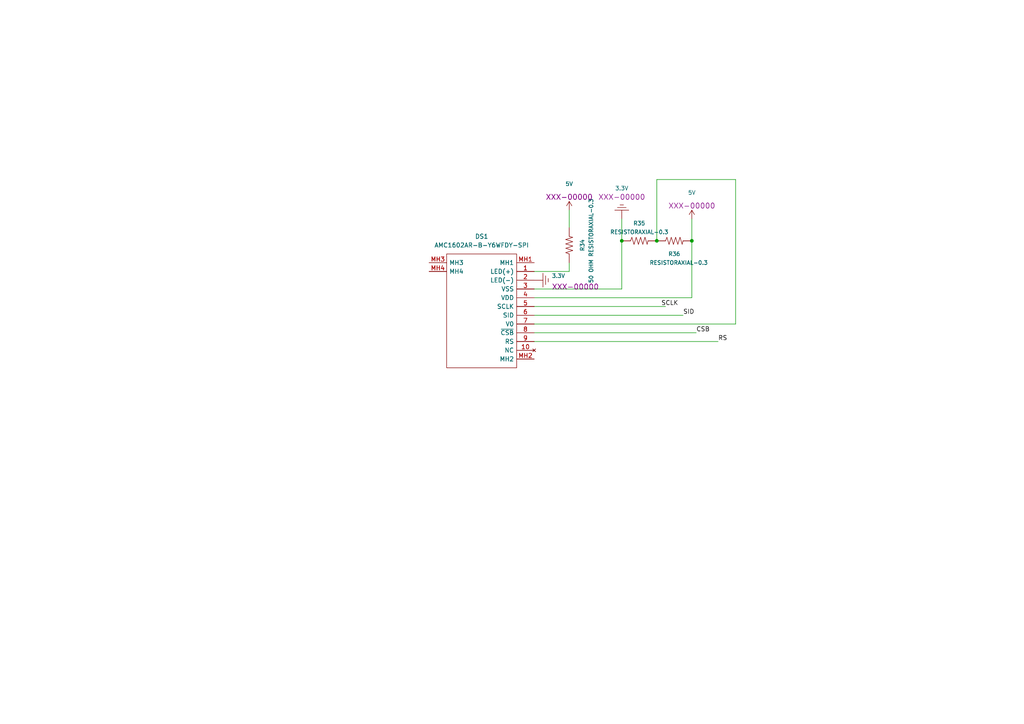
<source format=kicad_sch>
(kicad_sch (version 20211123) (generator eeschema)

  (uuid 0a0c8182-e532-4846-abab-f1382e373835)

  (paper "A4")

  (lib_symbols
    (symbol "AMC1602AR-B-Y6WFDY-SPI:AMC1602AR-B-Y6WFDY-SPI" (pin_names (offset 0.762)) (in_bom yes) (on_board yes)
      (property "Reference" "DS" (id 0) (at 26.67 7.62 0)
        (effects (font (size 1.27 1.27)) (justify left))
      )
      (property "Value" "AMC1602AR-B-Y6WFDY-SPI" (id 1) (at 26.67 5.08 0)
        (effects (font (size 1.27 1.27)) (justify left))
      )
      (property "Footprint" "AMC1602ARBY6WFDYSPI" (id 2) (at 26.67 2.54 0)
        (effects (font (size 1.27 1.27)) (justify left) hide)
      )
      (property "Datasheet" "https://www.orientdisplay.com/wp-content/uploads/2019/10/AMC1602AR-B-Y6WFDY-SPI-specsheet.pdf" (id 3) (at 26.67 0 0)
        (effects (font (size 1.27 1.27)) (justify left) hide)
      )
      (property "Description" "Character Display Module Transflective 5 x 8 Dots STN - Super-Twisted Nematic LED - Yellow/Green SPI 80.00mm x 36.00mm x 14.00mm" (id 4) (at 26.67 -2.54 0)
        (effects (font (size 1.27 1.27)) (justify left) hide)
      )
      (property "Height" "14" (id 5) (at 26.67 -5.08 0)
        (effects (font (size 1.27 1.27)) (justify left) hide)
      )
      (property "Mouser Part Number" "" (id 6) (at 26.67 -7.62 0)
        (effects (font (size 1.27 1.27)) (justify left) hide)
      )
      (property "Mouser Price/Stock" "" (id 7) (at 26.67 -10.16 0)
        (effects (font (size 1.27 1.27)) (justify left) hide)
      )
      (property "Manufacturer_Name" "Orient Display" (id 8) (at 26.67 -12.7 0)
        (effects (font (size 1.27 1.27)) (justify left) hide)
      )
      (property "Manufacturer_Part_Number" "AMC1602AR-B-Y6WFDY-SPI" (id 9) (at 26.67 -15.24 0)
        (effects (font (size 1.27 1.27)) (justify left) hide)
      )
      (property "ki_description" "Character Display Module Transflective 5 x 8 Dots STN - Super-Twisted Nematic LED - Yellow/Green SPI 80.00mm x 36.00mm x 14.00mm" (id 10) (at 0 0 0)
        (effects (font (size 1.27 1.27)) hide)
      )
      (symbol "AMC1602AR-B-Y6WFDY-SPI_0_0"
        (pin passive line (at 30.48 -2.54 180) (length 5.08)
          (name "LED(+)" (effects (font (size 1.27 1.27))))
          (number "1" (effects (font (size 1.27 1.27))))
        )
        (pin no_connect line (at 30.48 -25.4 180) (length 5.08)
          (name "NC" (effects (font (size 1.27 1.27))))
          (number "10" (effects (font (size 1.27 1.27))))
        )
        (pin passive line (at 30.48 -5.08 180) (length 5.08)
          (name "LED(-)" (effects (font (size 1.27 1.27))))
          (number "2" (effects (font (size 1.27 1.27))))
        )
        (pin passive line (at 30.48 -7.62 180) (length 5.08)
          (name "VSS" (effects (font (size 1.27 1.27))))
          (number "3" (effects (font (size 1.27 1.27))))
        )
        (pin passive line (at 30.48 -10.16 180) (length 5.08)
          (name "VDD" (effects (font (size 1.27 1.27))))
          (number "4" (effects (font (size 1.27 1.27))))
        )
        (pin passive line (at 30.48 -12.7 180) (length 5.08)
          (name "SCLK" (effects (font (size 1.27 1.27))))
          (number "5" (effects (font (size 1.27 1.27))))
        )
        (pin passive line (at 30.48 -15.24 180) (length 5.08)
          (name "SID" (effects (font (size 1.27 1.27))))
          (number "6" (effects (font (size 1.27 1.27))))
        )
        (pin passive line (at 30.48 -17.78 180) (length 5.08)
          (name "V0" (effects (font (size 1.27 1.27))))
          (number "7" (effects (font (size 1.27 1.27))))
        )
        (pin passive line (at 30.48 -20.32 180) (length 5.08)
          (name "~{CSB}" (effects (font (size 1.27 1.27))))
          (number "8" (effects (font (size 1.27 1.27))))
        )
        (pin passive line (at 30.48 -22.86 180) (length 5.08)
          (name "RS" (effects (font (size 1.27 1.27))))
          (number "9" (effects (font (size 1.27 1.27))))
        )
        (pin passive line (at 30.48 0 180) (length 5.08)
          (name "MH1" (effects (font (size 1.27 1.27))))
          (number "MH1" (effects (font (size 1.27 1.27))))
        )
        (pin passive line (at 30.48 -27.94 180) (length 5.08)
          (name "MH2" (effects (font (size 1.27 1.27))))
          (number "MH2" (effects (font (size 1.27 1.27))))
        )
        (pin passive line (at 0 0 0) (length 5.08)
          (name "MH3" (effects (font (size 1.27 1.27))))
          (number "MH3" (effects (font (size 1.27 1.27))))
        )
        (pin passive line (at 0 -2.54 0) (length 5.08)
          (name "MH4" (effects (font (size 1.27 1.27))))
          (number "MH4" (effects (font (size 1.27 1.27))))
        )
      )
      (symbol "AMC1602AR-B-Y6WFDY-SPI_0_1"
        (polyline
          (pts
            (xy 5.08 2.54)
            (xy 25.4 2.54)
            (xy 25.4 -30.48)
            (xy 5.08 -30.48)
            (xy 5.08 2.54)
          )
          (stroke (width 0.1524) (type default) (color 0 0 0 0))
          (fill (type none))
        )
      )
    )
    (symbol "SparkFun-PowerSymbols:5V" (power) (pin_numbers hide) (pin_names (offset 1.016) hide) (in_bom yes) (on_board yes)
      (property "Reference" "#SUPPLY" (id 0) (at 1.27 0 0)
        (effects (font (size 1.143 1.143)) (justify left bottom) hide)
      )
      (property "Value" "5V" (id 1) (at -1.27 3.81 0)
        (effects (font (size 1.143 1.143)) (justify left bottom))
      )
      (property "Footprint" "XXX-00000" (id 2) (at 0 7.62 0)
        (effects (font (size 1.524 1.524)))
      )
      (property "Datasheet" "" (id 3) (at 0 0 0)
        (effects (font (size 1.524 1.524)) hide)
      )
      (property "ki_locked" "" (id 4) (at 0 0 0)
        (effects (font (size 1.27 1.27)))
      )
      (property "ki_keywords" "PROD_ID:XXX-00000" (id 5) (at 0 0 0)
        (effects (font (size 1.27 1.27)) hide)
      )
      (property "ki_description" "5V Supply Symbol Power supply symbol for a specifically-stated 5V source." (id 6) (at 0 0 0)
        (effects (font (size 1.27 1.27)) hide)
      )
      (symbol "5V_1_0"
        (polyline
          (pts
            (xy 0 0)
            (xy 0 2.54)
          )
          (stroke (width 0) (type default) (color 0 0 0 0))
          (fill (type none))
        )
        (polyline
          (pts
            (xy 0 2.54)
            (xy -0.762 1.27)
          )
          (stroke (width 0) (type default) (color 0 0 0 0))
          (fill (type none))
        )
        (polyline
          (pts
            (xy 0.762 1.27)
            (xy 0 2.54)
          )
          (stroke (width 0) (type default) (color 0 0 0 0))
          (fill (type none))
        )
      )
      (symbol "5V_1_1"
        (pin power_in line (at 0 0 90) (length 0) hide
          (name "5V" (effects (font (size 1.016 1.016))))
          (number "~" (effects (font (size 1.016 1.016))))
        )
      )
    )
    (symbol "SparkFun-PowerSymbols:GND2" (power) (pin_numbers hide) (pin_names (offset 1.016) hide) (in_bom yes) (on_board yes)
      (property "Reference" "#GND" (id 0) (at 1.27 -1.27 0)
        (effects (font (size 1.143 1.143)) (justify left bottom) hide)
      )
      (property "Value" "GND2" (id 1) (at -2.286 -6.35 0)
        (effects (font (size 1.143 1.143)) (justify left bottom))
      )
      (property "Footprint" "XXX-00000" (id 2) (at 0 2.54 0)
        (effects (font (size 1.524 1.524)))
      )
      (property "Datasheet" "" (id 3) (at 0 -2.54 0)
        (effects (font (size 1.524 1.524)) hide)
      )
      (property "ki_locked" "" (id 4) (at 0 0 0)
        (effects (font (size 1.27 1.27)))
      )
      (property "ki_keywords" "PROD_ID:XXX-00000" (id 5) (at 0 0 0)
        (effects (font (size 1.27 1.27)) hide)
      )
      (property "ki_description" "Ground Supply (Earth Ground style) Ground supply with a traditional \"earth ground\" symbol." (id 6) (at 0 0 0)
        (effects (font (size 1.27 1.27)) hide)
      )
      (symbol "GND2_1_0"
        (polyline
          (pts
            (xy -2.032 -2.54)
            (xy 2.032 -2.54)
          )
          (stroke (width 0) (type default) (color 0 0 0 0))
          (fill (type none))
        )
        (polyline
          (pts
            (xy -1.27 -3.302)
            (xy 1.27 -3.302)
          )
          (stroke (width 0) (type default) (color 0 0 0 0))
          (fill (type none))
        )
        (polyline
          (pts
            (xy -0.508 -4.064)
            (xy 0.508 -4.064)
          )
          (stroke (width 0) (type default) (color 0 0 0 0))
          (fill (type none))
        )
        (polyline
          (pts
            (xy 0 0)
            (xy 0 -2.54)
          )
          (stroke (width 0) (type default) (color 0 0 0 0))
          (fill (type none))
        )
      )
      (symbol "GND2_1_1"
        (pin power_in line (at 0 0 270) (length 0) hide
          (name "3.3V" (effects (font (size 1.016 1.016))))
          (number "~" (effects (font (size 1.016 1.016))))
        )
      )
    )
    (symbol "SparkFun-Resistors:RESISTORAXIAL-0.3" (pin_numbers hide) (pin_names (offset 1.016) hide) (in_bom yes) (on_board yes)
      (property "Reference" "R" (id 0) (at -5.08 1.27 0)
        (effects (font (size 1.143 1.143)) (justify left bottom))
      )
      (property "Value" "RESISTORAXIAL-0.3" (id 1) (at -5.08 -3.81 0)
        (effects (font (size 1.143 1.143)) (justify left bottom))
      )
      (property "Footprint" "AXIAL-0.3" (id 2) (at 0 3.81 0)
        (effects (font (size 0.508 0.508)) hide)
      )
      (property "Datasheet" "" (id 3) (at 0 0 0)
        (effects (font (size 1.524 1.524)) hide)
      )
      (property "Field4" " " (id 4) (at 0 5.08 0)
        (effects (font (size 1.524 1.524)))
      )
      (property "ki_locked" "" (id 5) (at 0 0 0)
        (effects (font (size 1.27 1.27)))
      )
      (property "ki_keywords" "PROD_ID:" (id 6) (at 0 0 0)
        (effects (font (size 1.27 1.27)) hide)
      )
      (property "ki_description" "Generic Resistor Package" (id 7) (at 0 0 0)
        (effects (font (size 1.27 1.27)) hide)
      )
      (property "ki_fp_filters" "*AXIAL-0.3*" (id 8) (at 0 0 0)
        (effects (font (size 1.27 1.27)) hide)
      )
      (symbol "RESISTORAXIAL-0.3_1_0"
        (polyline
          (pts
            (xy -2.54 0)
            (xy -2.159 1.016)
          )
          (stroke (width 0) (type default) (color 0 0 0 0))
          (fill (type none))
        )
        (polyline
          (pts
            (xy -2.159 1.016)
            (xy -1.524 -1.016)
          )
          (stroke (width 0) (type default) (color 0 0 0 0))
          (fill (type none))
        )
        (polyline
          (pts
            (xy -1.524 -1.016)
            (xy -0.889 1.016)
          )
          (stroke (width 0) (type default) (color 0 0 0 0))
          (fill (type none))
        )
        (polyline
          (pts
            (xy -0.889 1.016)
            (xy -0.254 -1.016)
          )
          (stroke (width 0) (type default) (color 0 0 0 0))
          (fill (type none))
        )
        (polyline
          (pts
            (xy -0.254 -1.016)
            (xy 0.381 1.016)
          )
          (stroke (width 0) (type default) (color 0 0 0 0))
          (fill (type none))
        )
        (polyline
          (pts
            (xy 0.381 1.016)
            (xy 1.016 -1.016)
          )
          (stroke (width 0) (type default) (color 0 0 0 0))
          (fill (type none))
        )
        (polyline
          (pts
            (xy 1.016 -1.016)
            (xy 1.651 1.016)
          )
          (stroke (width 0) (type default) (color 0 0 0 0))
          (fill (type none))
        )
        (polyline
          (pts
            (xy 1.651 1.016)
            (xy 2.286 -1.016)
          )
          (stroke (width 0) (type default) (color 0 0 0 0))
          (fill (type none))
        )
        (polyline
          (pts
            (xy 2.286 -1.016)
            (xy 2.54 0)
          )
          (stroke (width 0) (type default) (color 0 0 0 0))
          (fill (type none))
        )
      )
      (symbol "RESISTORAXIAL-0.3_1_1"
        (pin passive line (at -5.08 0 0) (length 2.54)
          (name "1" (effects (font (size 1.016 1.016))))
          (number "P$1" (effects (font (size 1.016 1.016))))
        )
        (pin passive line (at 5.08 0 180) (length 2.54)
          (name "2" (effects (font (size 1.016 1.016))))
          (number "P$2" (effects (font (size 1.016 1.016))))
        )
      )
    )
  )

  (junction (at 180.34 69.85) (diameter 0) (color 0 0 0 0)
    (uuid 366f3cc0-d59d-42b5-947c-cdb25c0731d5)
  )
  (junction (at 190.5 69.85) (diameter 0) (color 0 0 0 0)
    (uuid 5927c3ff-0125-47d5-b6e6-4add24177274)
  )
  (junction (at 200.66 69.85) (diameter 0) (color 0 0 0 0)
    (uuid f1880e04-c45b-4b05-aad1-d3f884380e61)
  )

  (wire (pts (xy 180.34 63.5) (xy 180.34 69.85))
    (stroke (width 0) (type default) (color 0 0 0 0))
    (uuid 0900eda1-e7ba-47c6-9290-1cfd91f0b181)
  )
  (wire (pts (xy 180.34 83.82) (xy 154.94 83.82))
    (stroke (width 0) (type default) (color 0 0 0 0))
    (uuid 0d7bb524-c872-4e28-a418-d309bb3d6f3d)
  )
  (wire (pts (xy 200.66 69.85) (xy 200.66 86.36))
    (stroke (width 0) (type default) (color 0 0 0 0))
    (uuid 251c3651-7483-481e-969f-81a20b67c482)
  )
  (wire (pts (xy 213.36 93.98) (xy 213.36 52.07))
    (stroke (width 0) (type default) (color 0 0 0 0))
    (uuid 28370de7-f06e-411e-b454-787713c95d15)
  )
  (wire (pts (xy 154.94 96.52) (xy 201.93 96.52))
    (stroke (width 0) (type default) (color 0 0 0 0))
    (uuid 29218be4-9a09-4e22-98f5-810cd3ff7f27)
  )
  (wire (pts (xy 165.1 76.2) (xy 165.1 78.74))
    (stroke (width 0) (type default) (color 0 0 0 0))
    (uuid 2da83abb-6ecf-477d-911f-e5c677f8fb1b)
  )
  (wire (pts (xy 200.66 63.5) (xy 200.66 69.85))
    (stroke (width 0) (type default) (color 0 0 0 0))
    (uuid 41284dff-94c7-4d37-b166-07ed85b2fe8f)
  )
  (wire (pts (xy 154.94 86.36) (xy 200.66 86.36))
    (stroke (width 0) (type default) (color 0 0 0 0))
    (uuid 5d5c27f7-76a1-4cf0-9449-d599bc770600)
  )
  (wire (pts (xy 154.94 91.44) (xy 198.12 91.44))
    (stroke (width 0) (type default) (color 0 0 0 0))
    (uuid ad2a099e-7683-48cc-92ef-d04dd94922a0)
  )
  (wire (pts (xy 165.1 60.96) (xy 165.1 66.04))
    (stroke (width 0) (type default) (color 0 0 0 0))
    (uuid c05120ad-e57d-45b3-8dec-767a7ce5b865)
  )
  (wire (pts (xy 190.5 52.07) (xy 190.5 69.85))
    (stroke (width 0) (type default) (color 0 0 0 0))
    (uuid c2658d48-2f78-4c64-88bf-eea2f349a891)
  )
  (wire (pts (xy 154.94 93.98) (xy 213.36 93.98))
    (stroke (width 0) (type default) (color 0 0 0 0))
    (uuid da0a99a5-cfda-47b0-872b-3032462af0ee)
  )
  (wire (pts (xy 154.94 88.9) (xy 193.04 88.9))
    (stroke (width 0) (type default) (color 0 0 0 0))
    (uuid e541e922-c549-4a9f-8f69-1c70e9f23f5a)
  )
  (wire (pts (xy 213.36 52.07) (xy 190.5 52.07))
    (stroke (width 0) (type default) (color 0 0 0 0))
    (uuid eacaea29-a3d4-4277-b490-0505e41332be)
  )
  (wire (pts (xy 180.34 69.85) (xy 180.34 83.82))
    (stroke (width 0) (type default) (color 0 0 0 0))
    (uuid f17fe7df-154b-42b5-8751-28abd4e3317f)
  )
  (wire (pts (xy 154.94 99.06) (xy 208.28 99.06))
    (stroke (width 0) (type default) (color 0 0 0 0))
    (uuid f3bba99f-a2c1-4aee-87ab-630f44028eb0)
  )
  (wire (pts (xy 165.1 78.74) (xy 154.94 78.74))
    (stroke (width 0) (type default) (color 0 0 0 0))
    (uuid f53d9dda-b872-4d11-b97a-050e50f170d2)
  )

  (label "SID" (at 198.12 91.44 0)
    (effects (font (size 1.27 1.27)) (justify left bottom))
    (uuid 78f29765-c372-471c-a720-d9c5dfe6b6a8)
  )
  (label "RS" (at 208.28 99.06 0)
    (effects (font (size 1.27 1.27)) (justify left bottom))
    (uuid ad9dee03-e2c9-427c-8edf-993b1dc628c2)
  )
  (label "SCLK" (at 191.77 88.9 0)
    (effects (font (size 1.27 1.27)) (justify left bottom))
    (uuid bfa14a2e-76d2-4d24-8d79-1135e0d1aa52)
  )
  (label "CSB" (at 201.93 96.52 0)
    (effects (font (size 1.27 1.27)) (justify left bottom))
    (uuid fa564505-e9ff-4789-84c0-7cfdffd94019)
  )

  (symbol (lib_id "SparkFun-PowerSymbols:5V") (at 200.66 63.5 0) (unit 1)
    (in_bom yes) (on_board yes) (fields_autoplaced)
    (uuid 235276af-2adc-4eb5-957f-a24709174ab0)
    (property "Reference" "#SUPPLY0108" (id 0) (at 201.93 63.5 0)
      (effects (font (size 1.143 1.143)) (justify left bottom) hide)
    )
    (property "Value" "5V" (id 1) (at 200.66 55.88 0)
      (effects (font (size 1.143 1.143)))
    )
    (property "Footprint" "XXX-00000" (id 2) (at 200.66 59.69 0)
      (effects (font (size 1.524 1.524)))
    )
    (property "Datasheet" "" (id 3) (at 200.66 63.5 0)
      (effects (font (size 1.524 1.524)) hide)
    )
    (pin "~" (uuid 699f7aec-3655-486a-a670-d09607f601c6))
  )

  (symbol (lib_id "SparkFun-Resistors:RESISTORAXIAL-0.3") (at 195.58 69.85 0) (unit 1)
    (in_bom yes) (on_board yes)
    (uuid 4adf9496-b8de-4760-a048-c0ec62bd9a9e)
    (property "Reference" "R36" (id 0) (at 195.58 73.66 0)
      (effects (font (size 1.143 1.143)))
    )
    (property "Value" "RESISTORAXIAL-0.3" (id 1) (at 196.85 76.2 0)
      (effects (font (size 1.143 1.143)))
    )
    (property "Footprint" "AXIAL-0.3" (id 2) (at 195.58 66.04 0)
      (effects (font (size 0.508 0.508)) hide)
    )
    (property "Datasheet" "" (id 3) (at 195.58 69.85 0)
      (effects (font (size 1.524 1.524)) hide)
    )
    (property "Field4" " " (id 4) (at 195.58 67.31 0)
      (effects (font (size 1.524 1.524)))
    )
    (pin "P$1" (uuid ad01aeec-4202-457a-81b3-82128cb1b04a))
    (pin "P$2" (uuid 746b7ca4-4bfb-4f0b-b46a-f4fc3299f72a))
  )

  (symbol (lib_id "SparkFun-Resistors:RESISTORAXIAL-0.3") (at 185.42 69.85 0) (unit 1)
    (in_bom yes) (on_board yes)
    (uuid 5962744a-6efe-49d9-a8eb-483622991c93)
    (property "Reference" "R35" (id 0) (at 185.42 64.77 0)
      (effects (font (size 1.143 1.143)))
    )
    (property "Value" "RESISTORAXIAL-0.3" (id 1) (at 185.42 67.31 0)
      (effects (font (size 1.143 1.143)))
    )
    (property "Footprint" "AXIAL-0.3" (id 2) (at 185.42 66.04 0)
      (effects (font (size 0.508 0.508)) hide)
    )
    (property "Datasheet" "" (id 3) (at 185.42 69.85 0)
      (effects (font (size 1.524 1.524)) hide)
    )
    (property "Field4" " " (id 4) (at 185.42 67.31 0)
      (effects (font (size 1.524 1.524)))
    )
    (pin "P$1" (uuid 738a4a8e-1a3e-4f09-a50a-8915bd32aa92))
    (pin "P$2" (uuid d85ab1c1-e453-419b-b109-48398565a727))
  )

  (symbol (lib_id "SparkFun-Resistors:RESISTORAXIAL-0.3") (at 165.1 71.12 90) (unit 1)
    (in_bom yes) (on_board yes)
    (uuid 948cba0b-4664-45e8-a497-766b6b76944f)
    (property "Reference" "R34" (id 0) (at 168.91 71.12 0)
      (effects (font (size 1.143 1.143)))
    )
    (property "Value" "50 OHM RESISTORAXIAL-0.3" (id 1) (at 171.45 69.85 0)
      (effects (font (size 1.143 1.143)))
    )
    (property "Footprint" "AXIAL-0.3" (id 2) (at 161.29 71.12 0)
      (effects (font (size 0.508 0.508)) hide)
    )
    (property "Datasheet" "" (id 3) (at 165.1 71.12 0)
      (effects (font (size 1.524 1.524)) hide)
    )
    (property "Field4" " " (id 4) (at 162.56 71.12 0)
      (effects (font (size 1.524 1.524)))
    )
    (pin "P$1" (uuid a5a4f860-a1f8-4944-a40a-760ff9480168))
    (pin "P$2" (uuid 36bdd73f-7d7f-416d-b427-2479aeb4c15b))
  )

  (symbol (lib_id "SparkFun-PowerSymbols:5V") (at 165.1 60.96 0) (unit 1)
    (in_bom yes) (on_board yes) (fields_autoplaced)
    (uuid 9aec08d7-ed2a-4b3d-8989-d46a18735cdb)
    (property "Reference" "#SUPPLY0107" (id 0) (at 166.37 60.96 0)
      (effects (font (size 1.143 1.143)) (justify left bottom) hide)
    )
    (property "Value" "5V" (id 1) (at 165.1 53.34 0)
      (effects (font (size 1.143 1.143)))
    )
    (property "Footprint" "XXX-00000" (id 2) (at 165.1 57.15 0)
      (effects (font (size 1.524 1.524)))
    )
    (property "Datasheet" "" (id 3) (at 165.1 60.96 0)
      (effects (font (size 1.524 1.524)) hide)
    )
    (pin "~" (uuid 6ed680ea-5a18-4e50-8430-f26407ec111b))
  )

  (symbol (lib_id "SparkFun-PowerSymbols:GND2") (at 154.94 81.28 90) (unit 1)
    (in_bom yes) (on_board yes) (fields_autoplaced)
    (uuid 9cb20628-53df-42e4-8930-68cd669f622b)
    (property "Reference" "#GND0116" (id 0) (at 156.21 80.01 0)
      (effects (font (size 1.143 1.143)) (justify left bottom) hide)
    )
    (property "Value" "GND2" (id 1) (at 160.02 80.01 90)
      (effects (font (size 1.143 1.143)) (justify right))
    )
    (property "Footprint" "XXX-00000" (id 2) (at 160.02 83.185 90)
      (effects (font (size 1.524 1.524)) (justify right))
    )
    (property "Datasheet" "" (id 3) (at 157.48 81.28 0)
      (effects (font (size 1.524 1.524)) hide)
    )
    (pin "~" (uuid 1af646af-5abc-4340-a4b4-c41ec3c018e0))
  )

  (symbol (lib_id "SparkFun-PowerSymbols:GND2") (at 180.34 63.5 180) (unit 1)
    (in_bom yes) (on_board yes) (fields_autoplaced)
    (uuid b0ba1a88-8875-4263-8713-3c1a5f996612)
    (property "Reference" "#GND0115" (id 0) (at 179.07 62.23 0)
      (effects (font (size 1.143 1.143)) (justify left bottom) hide)
    )
    (property "Value" "GND2" (id 1) (at 180.34 54.61 0)
      (effects (font (size 1.143 1.143)))
    )
    (property "Footprint" "XXX-00000" (id 2) (at 180.34 57.15 0)
      (effects (font (size 1.524 1.524)))
    )
    (property "Datasheet" "" (id 3) (at 180.34 60.96 0)
      (effects (font (size 1.524 1.524)) hide)
    )
    (pin "~" (uuid 6ae5a9e5-df5f-43ce-90be-3d338ee525d7))
  )

  (symbol (lib_id "AMC1602AR-B-Y6WFDY-SPI:AMC1602AR-B-Y6WFDY-SPI") (at 124.46 76.2 0) (unit 1)
    (in_bom yes) (on_board yes) (fields_autoplaced)
    (uuid cf2ba1bc-8c1e-4c3b-85cb-a75d3932c2b0)
    (property "Reference" "DS1" (id 0) (at 139.7 68.58 0))
    (property "Value" "AMC1602AR-B-Y6WFDY-SPI" (id 1) (at 139.7 71.12 0))
    (property "Footprint" "AMC1602ARBY6WFDYSPI" (id 2) (at 151.13 73.66 0)
      (effects (font (size 1.27 1.27)) (justify left) hide)
    )
    (property "Datasheet" "https://www.orientdisplay.com/wp-content/uploads/2019/10/AMC1602AR-B-Y6WFDY-SPI-specsheet.pdf" (id 3) (at 151.13 76.2 0)
      (effects (font (size 1.27 1.27)) (justify left) hide)
    )
    (property "Description" "Character Display Module Transflective 5 x 8 Dots STN - Super-Twisted Nematic LED - Yellow/Green SPI 80.00mm x 36.00mm x 14.00mm" (id 4) (at 151.13 78.74 0)
      (effects (font (size 1.27 1.27)) (justify left) hide)
    )
    (property "Height" "14" (id 5) (at 151.13 81.28 0)
      (effects (font (size 1.27 1.27)) (justify left) hide)
    )
    (property "Mouser Part Number" "" (id 6) (at 151.13 83.82 0)
      (effects (font (size 1.27 1.27)) (justify left) hide)
    )
    (property "Mouser Price/Stock" "" (id 7) (at 151.13 86.36 0)
      (effects (font (size 1.27 1.27)) (justify left) hide)
    )
    (property "Manufacturer_Name" "Orient Display" (id 8) (at 151.13 88.9 0)
      (effects (font (size 1.27 1.27)) (justify left) hide)
    )
    (property "Manufacturer_Part_Number" "AMC1602AR-B-Y6WFDY-SPI" (id 9) (at 151.13 91.44 0)
      (effects (font (size 1.27 1.27)) (justify left) hide)
    )
    (pin "1" (uuid 4cc20b4d-3ca7-4870-a64a-2ccf2edc4011))
    (pin "10" (uuid 1b1fb9bc-2e5e-4c73-9751-0123e8193180))
    (pin "2" (uuid 8cab8aa2-e405-44d5-a962-fcc13117e658))
    (pin "3" (uuid 7752431f-5f52-4624-85e3-36a09eace24d))
    (pin "4" (uuid 31d7e2e2-7e8c-4f7b-bb71-b919611f9a7e))
    (pin "5" (uuid 0b15f13a-aee9-4cfa-b41a-d77398072ce0))
    (pin "6" (uuid 72709a7c-fd59-4c48-a160-8f04e2d5fb68))
    (pin "7" (uuid d57a8708-1ec8-435b-8363-04445876fe93))
    (pin "8" (uuid b174c4f5-4822-49b5-a9a7-6a499e5cac52))
    (pin "9" (uuid 5f64b39c-d96e-4781-9ca1-e6242685dffc))
    (pin "MH1" (uuid 340adbfe-9d41-4828-874f-2e2be364160b))
    (pin "MH2" (uuid 62ebae57-3b15-4258-9e98-4919cadce210))
    (pin "MH3" (uuid 0e9d7d5e-771c-4836-9cbc-0455948b70d7))
    (pin "MH4" (uuid 003410f5-28f7-4e91-91f0-f20512eb0310))
  )
)

</source>
